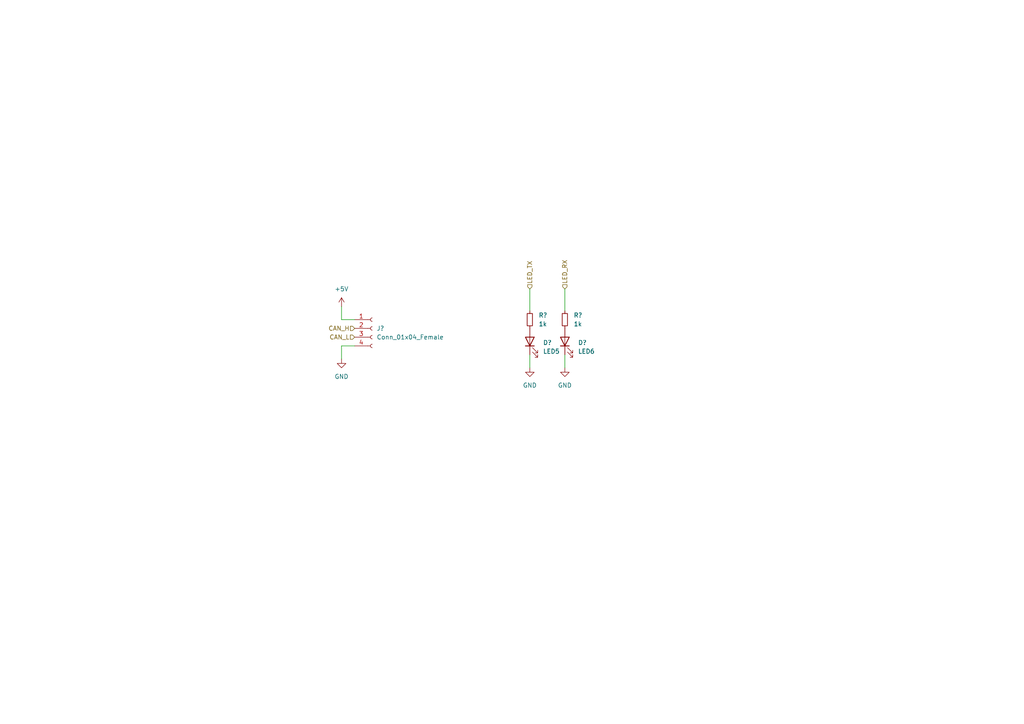
<source format=kicad_sch>
(kicad_sch (version 20211123) (generator eeschema)
  (paper "A4")
  (lib_symbols
    (symbol "Connector:Conn_01x04_Female" (pin_names (offset 1.016) hide)
      (property "Reference" "J" (at 0 5.08 0))
      (property "Value" "Conn_01x04_Female" (at 0 -7.62 0))
      (symbol "Conn_01x04_Female_1_1"
        (arc (start 0 -4.572) (mid -0.508 -5.08) (end 0 -5.588) (stroke (width 0.1524)))
        (arc (start 0 -2.032) (mid -0.508 -2.54) (end 0 -3.048) (stroke (width 0.1524)))
        (polyline (pts (xy -1.27 -5.08) (xy -0.508 -5.08)) (stroke (width 0.1524)))
        (polyline (pts (xy -1.27 -2.54) (xy -0.508 -2.54)) (stroke (width 0.1524)))
        (polyline (pts (xy -1.27 0) (xy -0.508 0)) (stroke (width 0.1524)))
        (polyline (pts (xy -1.27 2.54) (xy -0.508 2.54)) (stroke (width 0.1524)))
        (arc (start 0 0.508) (mid -0.508 0) (end 0 -0.508) (stroke (width 0.1524)))
        (arc (start 0 3.048) (mid -0.508 2.54) (end 0 2.032) (stroke (width 0.1524)))
        (pin passive line (at -5.08 2.54 0) (length 3.81) (name "Pin_1") (number "1"))
        (pin passive line (at -5.08 0 0) (length 3.81) (name "Pin_2") (number "2"))
        (pin passive line (at -5.08 -2.54 0) (length 3.81) (name "Pin_3") (number "3"))
        (pin passive line (at -5.08 -5.08 0) (length 3.81) (name "Pin_4") (number "4"))
      )
    )
    (symbol "Device:LED" (pin_numbers hide) (pin_names (offset 1.016) hide)
      (property "Reference" "D" (at 0 2.54 0))
      (property "Value" "LED" (at 0 -2.54 0))
      (symbol "LED_0_1"
        (polyline (pts (xy -1.27 -1.27) (xy -1.27 1.27)) (stroke (width 0.254)))
        (polyline (pts (xy -1.27 0) (xy 1.27 0)))
        (polyline (pts (xy 1.27 -1.27) (xy 1.27 1.27) (xy -1.27 0) (xy 1.27 -1.27)) (stroke (width 0.254)))
        (polyline (pts (xy -3.048 -0.762) (xy -4.572 -2.286) (xy -3.81 -2.286) (xy -4.572 -2.286) (xy -4.572 -1.524)))
        (polyline (pts (xy -1.778 -0.762) (xy -3.302 -2.286) (xy -2.54 -2.286) (xy -3.302 -2.286) (xy -3.302 -1.524)))
      )
      (symbol "LED_1_1"
        (pin passive line (at -3.81 0 0) (length 2.54) (name "K") (number "1"))
        (pin passive line (at 3.81 0 180) (length 2.54) (name "A") (number "2"))
      )
    )
    (symbol "Device:R_Small" (pin_numbers hide) (pin_names (offset 0.254) hide)
      (property "Reference" "R" (at 0.762 0.508 0))
      (property "Value" "R_Small" (at 0.762 -1.016 0))
      (symbol "R_Small_0_1"
        (rectangle (start -0.762 1.778) (end 0.762 -1.778) (stroke (width 0.2032)))
      )
      (symbol "R_Small_1_1"
        (pin passive line (at 0 2.54 270) (length 0.762) (name "~") (number "1"))
        (pin passive line (at 0 -2.54 90) (length 0.762) (name "~") (number "2"))
      )
    )
    (symbol "power:+5V" (power) (pin_names (offset 0))
      (property "Value" "+5V" (at 0 3.556 0))
      (symbol "+5V_0_1"
        (polyline (pts (xy -0.762 1.27) (xy 0 2.54)))
        (polyline (pts (xy 0 0) (xy 0 2.54)))
        (polyline (pts (xy 0 2.54) (xy 0.762 1.27)))
      )
      (symbol "+5V_1_1"
        (pin power_in line (at 0 0 90) (length 0) hide (name "+5V") (number "1"))
      )
    )
    (symbol "power:GND" (power) (pin_names (offset 0))
      (property "Value" "GND" (at 0 -3.81 0))
      (symbol "GND_0_1"
        (polyline (pts (xy 0 0) (xy 0 -1.27) (xy 1.27 -1.27) (xy 0 -2.54) (xy -1.27 -1.27) (xy 0 -1.27)))
      )
      (symbol "GND_1_1"
        (pin power_in line (at 0 0 270) (length 0) hide (name "GND") (number "1"))
      )
    )
  )
  (wire (pts (xy 99.06 100.33) (xy 99.06 104.14)))
  (wire (pts (xy 153.67 83.82) (xy 153.67 90.17)))
  (wire (pts (xy 163.83 102.87) (xy 163.83 106.68)))
  (wire (pts (xy 153.67 102.87) (xy 153.67 106.68)))
  (wire (pts (xy 163.83 83.82) (xy 163.83 90.17)))
  (wire (pts (xy 102.87 92.71) (xy 99.06 92.71)))
  (wire (pts (xy 99.06 92.71) (xy 99.06 88.9)))
  (wire (pts (xy 102.87 100.33) (xy 99.06 100.33)))
  (hierarchical_label "CAN_H" (shape input) (at 102.87 95.25 180))
  (hierarchical_label "CAN_L" (shape input) (at 102.87 97.79 180))
  (hierarchical_label "LED_RX" (shape input) (at 163.83 83.82 90))
  (hierarchical_label "LED_TX" (shape input) (at 153.67 83.82 90))
  (symbol (lib_id "Connector:Conn_01x04_Female") (at 107.95 95.25 0) (unit 1)
    (property "Reference" "J?" (at 109.22 95.2499 0) (effects (justify left)))
    (property "Value" "Conn_01x04_Female" (at 109.22 97.7899 0) (effects (justify left)))
  )
  (symbol (lib_id "power:GND") (at 99.06 104.14 0) (unit 1)
    (property "Reference" "#PWR?" (effects hide))
    (property "Value" "GND" (at 99.06 109.22 0))
  )
  (symbol (lib_id "power:+5V") (at 99.06 88.9 0) (unit 1)
    (property "Reference" "#PWR?" (effects hide))
    (property "Value" "+5V" (at 99.06 83.82 0))
  )
  (symbol (lib_id "Device:R_Small") (at 153.67 92.71 0) (unit 1)
    (property "Reference" "R?" (at 156.21 91.4399 0) (effects (justify left)))
    (property "Value" "1k" (at 156.21 93.9799 0) (effects (justify left)))
    (property "Footprint" "Resistor_SMD:R_0201_0603Metric" (effects hide))
  )
  (symbol (lib_id "Device:LED") (at 153.67 99.06 90) (unit 1)
    (property "Reference" "D?" (at 157.48 99.3774 90) (effects (justify right)))
    (property "Value" "LED5" (at 157.48 101.9174 90) (effects (justify right)))
    (property "Footprint" "LED_SMD:LED_0402_1005Metric" (effects hide))
  )
  (symbol (lib_id "power:GND") (at 163.83 106.68 0) (unit 1)
    (property "Reference" "#PWR?" (effects hide))
    (property "Value" "GND" (at 163.83 111.76 0))
  )
  (symbol (lib_id "power:GND") (at 153.67 106.68 0) (unit 1)
    (property "Reference" "#PWR?" (effects hide))
    (property "Value" "GND" (at 153.67 111.76 0))
  )
  (symbol (lib_id "Device:R_Small") (at 163.83 92.71 0) (unit 1)
    (property "Reference" "R?" (at 166.37 91.4399 0) (effects (justify left)))
    (property "Value" "1k" (at 166.37 93.9799 0) (effects (justify left)))
    (property "Footprint" "Resistor_SMD:R_0201_0603Metric" (effects hide))
  )
  (symbol (lib_id "Device:LED") (at 163.83 99.06 90) (unit 1)
    (property "Reference" "D?" (at 167.64 99.3774 90) (effects (justify right)))
    (property "Value" "LED6" (at 167.64 101.9174 90) (effects (justify right)))
    (property "Footprint" "LED_SMD:LED_0402_1005Metric" (effects hide))
  )
)
</source>
